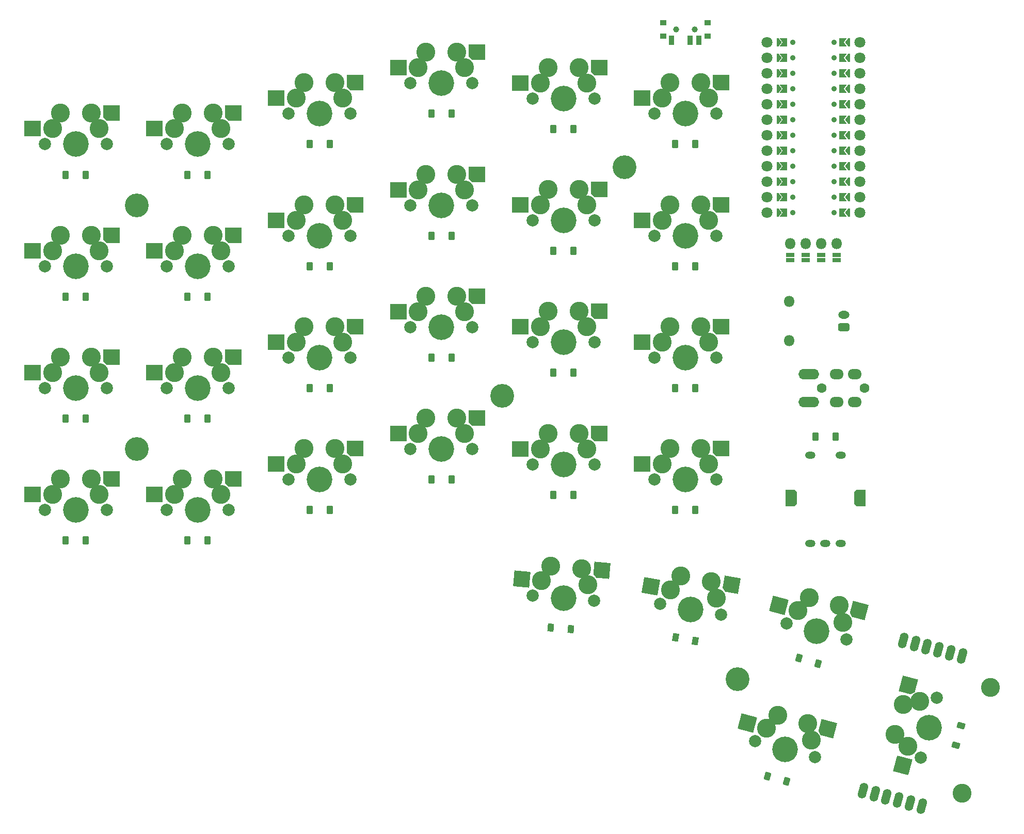
<source format=gbs>
%TF.GenerationSoftware,KiCad,Pcbnew,9.0.4*%
%TF.CreationDate,2025-11-27T19:30:42+01:00*%
%TF.ProjectId,lag_large,6c61675f-6c61-4726-9765-2e6b69636164,v1.0.0*%
%TF.SameCoordinates,Original*%
%TF.FileFunction,Soldermask,Bot*%
%TF.FilePolarity,Negative*%
%FSLAX46Y46*%
G04 Gerber Fmt 4.6, Leading zero omitted, Abs format (unit mm)*
G04 Created by KiCad (PCBNEW 9.0.4) date 2025-11-27 19:30:42*
%MOMM*%
%LPD*%
G01*
G04 APERTURE LIST*
G04 Aperture macros list*
%AMRoundRect*
0 Rectangle with rounded corners*
0 $1 Rounding radius*
0 $2 $3 $4 $5 $6 $7 $8 $9 X,Y pos of 4 corners*
0 Add a 4 corners polygon primitive as box body*
4,1,4,$2,$3,$4,$5,$6,$7,$8,$9,$2,$3,0*
0 Add four circle primitives for the rounded corners*
1,1,$1+$1,$2,$3*
1,1,$1+$1,$4,$5*
1,1,$1+$1,$6,$7*
1,1,$1+$1,$8,$9*
0 Add four rect primitives between the rounded corners*
20,1,$1+$1,$2,$3,$4,$5,0*
20,1,$1+$1,$4,$5,$6,$7,0*
20,1,$1+$1,$6,$7,$8,$9,0*
20,1,$1+$1,$8,$9,$2,$3,0*%
%AMHorizOval*
0 Thick line with rounded ends*
0 $1 width*
0 $2 $3 position (X,Y) of the first rounded end (center of the circle)*
0 $4 $5 position (X,Y) of the second rounded end (center of the circle)*
0 Add line between two ends*
20,1,$1,$2,$3,$4,$5,0*
0 Add two circle primitives to create the rounded ends*
1,1,$1,$2,$3*
1,1,$1,$4,$5*%
%AMFreePoly0*
4,1,15,0.975355,0.935355,1.335355,0.575355,1.350000,0.540000,1.350000,-0.900000,1.335355,-0.935355,1.300000,-0.950000,-1.300000,-0.950000,-1.335355,-0.935355,-1.350000,-0.900000,-1.350000,0.540000,-1.335355,0.575355,-0.975355,0.935355,-0.940000,0.950000,0.940000,0.950000,0.975355,0.935355,0.975355,0.935355,$1*%
%AMFreePoly1*
4,1,15,1.335355,0.935355,1.350000,0.900000,1.350000,-0.540000,1.335355,-0.575355,0.975355,-0.935355,0.940000,-0.950000,-0.940000,-0.950000,-0.975355,-0.935355,-1.335355,-0.575355,-1.350000,-0.540000,-1.350000,0.900000,-1.335355,0.935355,-1.300000,0.950000,1.300000,0.950000,1.335355,0.935355,1.335355,0.935355,$1*%
%AMFreePoly2*
4,1,16,-0.214645,0.660355,-0.210957,0.656235,0.289043,0.031235,0.299694,-0.005522,0.289043,-0.031235,-0.210957,-0.656235,-0.244478,-0.674694,-0.250000,-0.675000,-0.500000,-0.675000,-0.535355,-0.660355,-0.550000,-0.625000,-0.550000,0.625000,-0.535355,0.660355,-0.500000,0.675000,-0.250000,0.675000,-0.214645,0.660355,-0.214645,0.660355,$1*%
%AMFreePoly3*
4,1,16,0.535355,0.660355,0.550000,0.625000,0.550000,-0.625000,0.535355,-0.660355,0.500000,-0.675000,-0.650000,-0.675000,-0.685355,-0.660355,-0.700000,-0.625000,-0.689043,-0.593765,-0.214031,0.000000,-0.689043,0.593765,-0.699694,0.630522,-0.681235,0.664043,-0.650000,0.675000,0.500000,0.675000,0.535355,0.660355,0.535355,0.660355,$1*%
%AMFreePoly4*
4,1,14,1.310355,1.285355,1.325000,1.250000,1.325000,-1.250000,1.310355,-1.285355,1.275000,-1.300000,-0.775000,-1.300000,-0.810355,-1.285355,-1.310355,-0.785355,-1.325000,-0.750000,-1.325000,1.250000,-1.310355,1.285355,-1.275000,1.300000,1.275000,1.300000,1.310355,1.285355,1.310355,1.285355,$1*%
G04 Aperture macros list end*
%ADD10RoundRect,0.050000X-0.450000X-0.600000X0.450000X-0.600000X0.450000X0.600000X-0.450000X0.600000X0*%
%ADD11RoundRect,0.050000X-0.547352X-0.512743X0.338975X-0.669026X0.547352X0.512743X-0.338975X0.669026X0*%
%ADD12O,1.800000X1.800000*%
%ADD13RoundRect,0.050000X0.600000X-0.300000X0.600000X0.300000X-0.600000X0.300000X-0.600000X-0.300000X0*%
%ADD14RoundRect,0.050000X-0.500581X-0.558497X0.395994X-0.636937X0.500581X0.558497X-0.395994X0.636937X0*%
%ADD15RoundRect,0.050000X-0.589958X-0.463087X0.279375X-0.696024X0.589958X0.463087X-0.279375X0.696024X0*%
%ADD16FreePoly0,270.000000*%
%ADD17FreePoly1,270.000000*%
%ADD18O,1.700000X1.200000*%
%ADD19HorizOval,1.370000X-0.164350X-0.613363X0.164350X0.613363X0*%
%ADD20HorizOval,1.370000X0.164350X0.613363X-0.164350X-0.613363X0*%
%ADD21C,3.100000*%
%ADD22C,3.900000*%
%ADD23C,1.600000*%
%ADD24O,2.300000X1.700000*%
%ADD25O,3.400000X1.700000*%
%ADD26FreePoly2,180.000000*%
%ADD27C,1.800000*%
%ADD28FreePoly2,0.000000*%
%ADD29FreePoly3,0.000000*%
%ADD30C,0.900000*%
%ADD31FreePoly3,180.000000*%
%ADD32RoundRect,0.270833X0.654167X-0.379167X0.654167X0.379167X-0.654167X0.379167X-0.654167X-0.379167X0*%
%ADD33O,1.850000X1.300000*%
%ADD34RoundRect,0.050000X0.500000X0.400000X-0.500000X0.400000X-0.500000X-0.400000X0.500000X-0.400000X0*%
%ADD35RoundRect,0.050000X0.350000X0.750000X-0.350000X0.750000X-0.350000X-0.750000X0.350000X-0.750000X0*%
%ADD36C,1.000000*%
%ADD37RoundRect,0.050000X0.463087X-0.589958X0.696024X0.279375X-0.463087X0.589958X-0.696024X-0.279375X0*%
%ADD38C,2.000000*%
%ADD39C,4.200000*%
%ADD40RoundRect,0.050000X-1.275000X-1.250000X1.275000X-1.250000X1.275000X1.250000X-1.275000X1.250000X0*%
%ADD41FreePoly4,0.000000*%
%ADD42RoundRect,0.050000X-1.555079X-0.877413X0.908032X-1.537402X1.555079X0.877413X-0.908032X1.537402X0*%
%ADD43FreePoly4,345.000000*%
%ADD44RoundRect,0.050000X-1.379093X-1.134120X1.161204X-1.356367X1.379093X1.134120X-1.161204X1.356367X0*%
%ADD45FreePoly4,355.000000*%
%ADD46RoundRect,0.050000X0.877413X-1.555079X1.537402X0.908032X-0.877413X1.555079X-1.537402X-0.908032X0*%
%ADD47FreePoly4,75.000000*%
%ADD48RoundRect,0.050000X-1.472690X-1.009608X1.038570X-1.452411X1.472690X1.009608X-1.038570X1.452411X0*%
%ADD49FreePoly4,350.000000*%
G04 APERTURE END LIST*
D10*
%TO.C,D10*%
X105611375Y-120003198D03*
X108911377Y-120003198D03*
%TD*%
D11*
%TO.C,D26*%
X165648449Y-160924563D03*
X168898315Y-161497601D03*
%TD*%
D12*
%TO.C,S30*%
X184268864Y-105748192D03*
X184268868Y-112248204D03*
%TD*%
%TO.C,DISP1*%
X192078850Y-96298189D03*
X189538854Y-96298188D03*
X186998857Y-96298188D03*
X184458858Y-96298187D03*
D13*
X184458854Y-98148189D03*
X186998857Y-98148176D03*
X189538859Y-98148188D03*
X192078857Y-98148187D03*
X184458856Y-99048187D03*
X186998855Y-99048191D03*
X189538855Y-99048188D03*
X192078858Y-99048185D03*
%TD*%
D14*
%TO.C,D25*%
X145186856Y-159297858D03*
X148474302Y-159585472D03*
%TD*%
D15*
%TO.C,D28*%
X180713378Y-183649352D03*
X183900934Y-184503452D03*
%TD*%
D10*
%TO.C,D23*%
X165618863Y-100000685D03*
X168918865Y-100000685D03*
%TD*%
%TO.C,D7*%
X85608863Y-105000689D03*
X88908865Y-105000689D03*
%TD*%
%TO.C,D16*%
X125613877Y-74998188D03*
X128913879Y-74998188D03*
%TD*%
%TO.C,D11*%
X105611370Y-100000685D03*
X108911372Y-100000685D03*
%TD*%
%TO.C,D8*%
X85608860Y-84998198D03*
X88908862Y-84998198D03*
%TD*%
%TO.C,D17*%
X145616360Y-137505686D03*
X148916362Y-137505686D03*
%TD*%
D16*
%TO.C,RE1*%
X184668849Y-137998194D03*
D17*
X195868847Y-137998194D03*
D18*
X192768852Y-145498192D03*
X190268847Y-145498193D03*
X187768845Y-145498195D03*
X187768854Y-130998195D03*
X192768848Y-130998197D03*
%TD*%
D10*
%TO.C,D12*%
X105611357Y-79998195D03*
X108911359Y-79998195D03*
%TD*%
D19*
%TO.C,XX1*%
X212652482Y-163970250D03*
X210720635Y-163452613D03*
X208788778Y-162934975D03*
X206856927Y-162417339D03*
X204925075Y-161899700D03*
D20*
X202993225Y-161382058D03*
D21*
X212625538Y-186480289D03*
%TD*%
D10*
%TO.C,D22*%
X165618860Y-120003179D03*
X168918862Y-120003179D03*
%TD*%
%TO.C,D5*%
X85608866Y-145005688D03*
X88908868Y-145005688D03*
%TD*%
D22*
%TO.C,H3*%
X77257621Y-130004429D03*
%TD*%
%TO.C,H2*%
X157267623Y-83749448D03*
%TD*%
D10*
%TO.C,D3*%
X65606365Y-105000694D03*
X68906367Y-105000694D03*
%TD*%
D23*
%TO.C,TRRS1*%
X196668878Y-119998190D03*
X189668880Y-119998193D03*
D24*
X195068879Y-117698194D03*
X195068882Y-122298193D03*
X192068881Y-117698190D03*
X192068879Y-122298191D03*
D25*
X187518876Y-117698194D03*
X187518880Y-122298193D03*
%TD*%
D10*
%TO.C,D24*%
X165618859Y-79998171D03*
X168918861Y-79998171D03*
%TD*%
D26*
%TO.C,MCU1*%
X193768865Y-63298202D03*
D27*
X195888867Y-63298202D03*
D26*
X193768866Y-65838194D03*
D27*
X195888873Y-65838197D03*
D26*
X193768864Y-68378203D03*
D27*
X195888868Y-68378196D03*
D26*
X193768868Y-70918203D03*
D27*
X195888863Y-70918203D03*
D26*
X193768868Y-73458203D03*
D27*
X195888866Y-73458202D03*
D26*
X193768865Y-75998197D03*
D27*
X195888867Y-75998203D03*
D26*
X193768866Y-78538198D03*
D27*
X195888866Y-78538204D03*
D26*
X193768867Y-81078202D03*
D27*
X195888860Y-81078202D03*
D26*
X193768867Y-83618201D03*
D27*
X195888873Y-83618203D03*
D26*
X193768867Y-86158205D03*
D27*
X195888867Y-86158202D03*
D26*
X193768866Y-88698204D03*
D27*
X195888866Y-88698200D03*
D26*
X193768869Y-91238206D03*
D27*
X195888864Y-91238199D03*
X180648871Y-91238206D03*
D28*
X182768867Y-91238205D03*
D27*
X180648867Y-88698202D03*
D28*
X182768869Y-88698202D03*
D27*
X180648861Y-86158207D03*
D28*
X182768868Y-86158210D03*
D27*
X180648866Y-83618208D03*
D28*
X182768870Y-83618201D03*
D27*
X180648871Y-81078201D03*
D28*
X182768866Y-81078201D03*
D27*
X180648868Y-78538202D03*
D28*
X182768866Y-78538201D03*
D27*
X180648867Y-75998201D03*
D28*
X182768869Y-75998207D03*
D27*
X180648868Y-73458200D03*
D28*
X182768868Y-73458206D03*
D27*
X180648874Y-70918202D03*
D28*
X182768867Y-70918202D03*
D27*
X180648861Y-68378201D03*
D28*
X182768867Y-68378203D03*
D27*
X180648867Y-65838202D03*
D28*
X182768867Y-65838199D03*
D27*
X180648868Y-63298204D03*
D28*
X182768868Y-63298200D03*
D29*
X183493865Y-63298206D03*
D30*
X191668868Y-63298202D03*
D29*
X183493867Y-65838202D03*
D30*
X191668866Y-65838201D03*
D29*
X183493865Y-68378202D03*
D30*
X191668869Y-68378202D03*
D29*
X183493867Y-70918208D03*
D30*
X191668867Y-70918204D03*
D29*
X183493867Y-73458200D03*
D30*
X191668869Y-73458202D03*
D29*
X183493866Y-75998202D03*
D30*
X191668868Y-75998197D03*
D29*
X183493868Y-78538204D03*
D30*
X191668865Y-78538203D03*
D29*
X183493868Y-81078201D03*
D30*
X191668869Y-81078203D03*
D29*
X183493866Y-83618203D03*
D30*
X191668867Y-83618200D03*
D29*
X183493869Y-86158203D03*
D30*
X191668868Y-86158201D03*
D29*
X183493868Y-88698203D03*
D30*
X191668861Y-88698200D03*
D29*
X183493866Y-91238202D03*
D30*
X191668868Y-91238201D03*
X184868866Y-91238205D03*
D31*
X193043868Y-91238203D03*
D30*
X184868866Y-88698202D03*
D31*
X193043869Y-88698198D03*
D30*
X184868868Y-86158203D03*
D31*
X193043867Y-86158202D03*
D30*
X184868865Y-83618202D03*
D31*
X193043869Y-83618202D03*
D30*
X184868867Y-81078200D03*
D31*
X193043867Y-81078196D03*
D30*
X184868865Y-78538202D03*
D31*
X193043867Y-78538204D03*
D30*
X184868866Y-75998207D03*
D31*
X193043868Y-75998202D03*
D30*
X184868869Y-73458201D03*
D31*
X193043866Y-73458200D03*
D30*
X184868865Y-70918201D03*
D31*
X193043866Y-70918203D03*
D30*
X184868867Y-68378204D03*
D31*
X193043868Y-68378201D03*
D30*
X184868866Y-65838203D03*
D31*
X193043865Y-65838201D03*
D30*
X184868873Y-63298204D03*
D31*
X193043866Y-63298201D03*
%TD*%
D10*
%TO.C,D2*%
X65606372Y-125003193D03*
X68906374Y-125003193D03*
%TD*%
D32*
%TO.C,_30*%
X193268859Y-109998196D03*
D33*
X193268857Y-107998195D03*
%TD*%
D10*
%TO.C,D18*%
X145616369Y-117503191D03*
X148916371Y-117503191D03*
%TD*%
D22*
%TO.C,H4*%
X137265104Y-121254437D03*
%TD*%
%TO.C,H5*%
X175871428Y-167766906D03*
%TD*%
D10*
%TO.C,D19*%
X145616356Y-97500687D03*
X148916358Y-97500687D03*
%TD*%
D34*
%TO.C,T1*%
X170918875Y-62253193D03*
X170918873Y-60043187D03*
D35*
X169518873Y-62903185D03*
D36*
X168768869Y-61143190D03*
X168768869Y-61143190D03*
X165768872Y-61143189D03*
X165768872Y-61143189D03*
D34*
X163618872Y-62253189D03*
X163618871Y-60043189D03*
D35*
X165018870Y-62903192D03*
X168018873Y-62903191D03*
%TD*%
D10*
%TO.C,D14*%
X125613864Y-115003186D03*
X128913866Y-115003186D03*
%TD*%
D15*
%TO.C,D27*%
X185890396Y-164328419D03*
X189077952Y-165182519D03*
%TD*%
D10*
%TO.C,D4*%
X65606352Y-84998197D03*
X68906354Y-84998197D03*
%TD*%
D22*
%TO.C,H1*%
X77257618Y-89999449D03*
%TD*%
D10*
%TO.C,D9*%
X105611360Y-140005701D03*
X108911362Y-140005701D03*
%TD*%
%TO.C,D30*%
X188618853Y-127998186D03*
X191918855Y-127998186D03*
%TD*%
%TO.C,D21*%
X165618857Y-140005692D03*
X168918859Y-140005692D03*
%TD*%
D19*
%TO.C,XX2*%
X206052619Y-188601364D03*
X204120769Y-188083726D03*
X202188912Y-187566082D03*
X200257065Y-187048448D03*
X198325212Y-186530811D03*
D20*
X196393361Y-186013172D03*
D21*
X217284304Y-169093625D03*
%TD*%
D10*
%TO.C,D15*%
X125613859Y-95000691D03*
X128913861Y-95000691D03*
%TD*%
D37*
%TO.C,D29*%
X211630102Y-178604276D03*
X212484202Y-175416720D03*
%TD*%
D10*
%TO.C,D13*%
X125613851Y-135005680D03*
X128913853Y-135005680D03*
%TD*%
%TO.C,D20*%
X145616354Y-77498173D03*
X148916356Y-77498173D03*
%TD*%
%TO.C,D6*%
X85608864Y-125003182D03*
X88908866Y-125003182D03*
%TD*%
%TO.C,D1*%
X65606372Y-145005693D03*
X68906374Y-145005693D03*
%TD*%
D38*
%TO.C,S16*%
X122183858Y-69998185D03*
D21*
X123453862Y-67458185D03*
X124723858Y-64918184D03*
D39*
X127263858Y-69998185D03*
D21*
X129803857Y-64918179D03*
X131073858Y-67458184D03*
D38*
X132343858Y-69998185D03*
D40*
X120178860Y-67458182D03*
D41*
X133105854Y-64918186D03*
%TD*%
D38*
%TO.C,S1*%
X62176358Y-140005695D03*
D21*
X63446362Y-137465695D03*
X64716358Y-134925694D03*
D39*
X67256358Y-140005695D03*
D21*
X69796357Y-134925689D03*
X71066358Y-137465694D03*
D38*
X72336358Y-140005695D03*
D40*
X60171360Y-137465692D03*
D41*
X73098354Y-134925696D03*
%TD*%
D38*
%TO.C,S14*%
X122183861Y-110003191D03*
D21*
X123453865Y-107463191D03*
X124723861Y-104923190D03*
D39*
X127263861Y-110003191D03*
D21*
X129803860Y-104923185D03*
X131073861Y-107463190D03*
D38*
X132343861Y-110003191D03*
D40*
X120178863Y-107463188D03*
D41*
X133105857Y-104923192D03*
%TD*%
D38*
%TO.C,S7*%
X82178859Y-100000678D03*
D21*
X83448863Y-97460678D03*
X84718859Y-94920677D03*
D39*
X87258859Y-100000678D03*
D21*
X89798858Y-94920672D03*
X91068859Y-97460677D03*
D38*
X92338859Y-100000678D03*
D40*
X80173861Y-97460675D03*
D41*
X93100855Y-94920679D03*
%TD*%
D38*
%TO.C,S20*%
X142186364Y-72498199D03*
D21*
X143456368Y-69958199D03*
X144726364Y-67418198D03*
D39*
X147266364Y-72498199D03*
D21*
X149806363Y-67418193D03*
X151076364Y-69958198D03*
D38*
X152346364Y-72498199D03*
D40*
X140181366Y-69958196D03*
D41*
X153108360Y-67418200D03*
%TD*%
D38*
%TO.C,S27*%
X183871369Y-158611032D03*
D21*
X185755495Y-156486279D03*
X187639621Y-154361530D03*
D39*
X188778273Y-159925832D03*
D21*
X192546524Y-155676328D03*
X193115853Y-158458480D03*
D38*
X193685177Y-161240632D03*
D42*
X182592091Y-155638645D03*
D43*
X195736012Y-156530948D03*
%TD*%
D38*
%TO.C,S17*%
X142186373Y-132505698D03*
D21*
X143456377Y-129965698D03*
X144726373Y-127425697D03*
D39*
X147266373Y-132505698D03*
D21*
X149806372Y-127425692D03*
X151076373Y-129965697D03*
D38*
X152346373Y-132505698D03*
D40*
X140181375Y-129965695D03*
D41*
X153108369Y-127425699D03*
%TD*%
D38*
%TO.C,S19*%
X142186354Y-92500680D03*
D21*
X143456358Y-89960680D03*
X144726354Y-87420679D03*
D39*
X147266354Y-92500680D03*
D21*
X149806353Y-87420674D03*
X151076354Y-89960679D03*
D38*
X152346354Y-92500680D03*
D40*
X140181356Y-89960677D03*
D41*
X153108350Y-87420681D03*
%TD*%
D38*
%TO.C,S12*%
X102181371Y-74998181D03*
D21*
X103451375Y-72458181D03*
X104721371Y-69918180D03*
D39*
X107261371Y-74998181D03*
D21*
X109801370Y-69918175D03*
X111071371Y-72458180D03*
D38*
X112341371Y-74998181D03*
D40*
X100176373Y-72458178D03*
D41*
X113103367Y-69918182D03*
%TD*%
D38*
%TO.C,S25*%
X142205688Y-154017935D03*
D21*
X143692231Y-151598286D03*
X145178775Y-149178639D03*
D39*
X147266358Y-154460684D03*
D21*
X150239442Y-149621387D03*
X151283236Y-152262412D03*
D38*
X152327028Y-154903433D03*
D44*
X140429692Y-151312851D03*
D45*
X153528881Y-149909180D03*
%TD*%
D38*
%TO.C,S21*%
X162188867Y-135005686D03*
D21*
X163458871Y-132465686D03*
X164728867Y-129925685D03*
D39*
X167268867Y-135005686D03*
D21*
X169808866Y-129925680D03*
X171078867Y-132465685D03*
D38*
X172348867Y-135005686D03*
D40*
X160183869Y-132465683D03*
D41*
X173110863Y-129925687D03*
%TD*%
D38*
%TO.C,S11*%
X102181363Y-95000683D03*
D21*
X103451367Y-92460683D03*
X104721363Y-89920682D03*
D39*
X107261363Y-95000683D03*
D21*
X109801362Y-89920677D03*
X111071363Y-92460682D03*
D38*
X112341363Y-95000683D03*
D40*
X100176365Y-92460680D03*
D41*
X113103359Y-89920684D03*
%TD*%
D38*
%TO.C,S4*%
X62176358Y-79998183D03*
D21*
X63446362Y-77458183D03*
X64716358Y-74918182D03*
D39*
X67256358Y-79998183D03*
D21*
X69796357Y-74918177D03*
X71066358Y-77458182D03*
D38*
X72336358Y-79998183D03*
D40*
X60171360Y-77458180D03*
D41*
X73098354Y-74918184D03*
%TD*%
D38*
%TO.C,S5*%
X82178865Y-140005673D03*
D21*
X83448869Y-137465673D03*
X84718865Y-134925672D03*
D39*
X87258865Y-140005673D03*
D21*
X89798864Y-134925667D03*
X91068865Y-137465672D03*
D38*
X92338865Y-140005673D03*
D40*
X80173867Y-137465670D03*
D41*
X93100861Y-134925674D03*
%TD*%
D38*
%TO.C,S3*%
X62176374Y-100000691D03*
D21*
X63446378Y-97460691D03*
X64716374Y-94920690D03*
D39*
X67256374Y-100000691D03*
D21*
X69796373Y-94920685D03*
X71066374Y-97460690D03*
D38*
X72336374Y-100000691D03*
D40*
X60171376Y-97460688D03*
D41*
X73098370Y-94920692D03*
%TD*%
D38*
%TO.C,S13*%
X122183859Y-130005687D03*
D21*
X123453863Y-127465687D03*
X124723859Y-124925686D03*
D39*
X127263859Y-130005687D03*
D21*
X129803858Y-124925681D03*
X131073859Y-127465686D03*
D38*
X132343859Y-130005687D03*
D40*
X120178861Y-127465684D03*
D41*
X133105855Y-124925688D03*
%TD*%
D38*
%TO.C,S9*%
X102181371Y-135005687D03*
D21*
X103451375Y-132465687D03*
X104721371Y-129925686D03*
D39*
X107261371Y-135005687D03*
D21*
X109801370Y-129925681D03*
X111071371Y-132465686D03*
D38*
X112341371Y-135005687D03*
D40*
X100176373Y-132465684D03*
D41*
X113103367Y-129925688D03*
%TD*%
D38*
%TO.C,S28*%
X178694342Y-177931965D03*
D21*
X180578468Y-175807212D03*
X182462594Y-173682463D03*
D39*
X183601246Y-179246765D03*
D21*
X187369497Y-174997261D03*
X187938826Y-177779413D03*
D38*
X188508150Y-180561565D03*
D42*
X177415064Y-174959578D03*
D43*
X190558985Y-175851881D03*
%TD*%
D38*
%TO.C,S18*%
X142186373Y-112503196D03*
D21*
X143456377Y-109963196D03*
X144726373Y-107423195D03*
D39*
X147266373Y-112503196D03*
D21*
X149806372Y-107423190D03*
X151076373Y-109963195D03*
D38*
X152346373Y-112503196D03*
D40*
X140181375Y-109963193D03*
D41*
X153108369Y-107423197D03*
%TD*%
D38*
%TO.C,S23*%
X162188870Y-95000698D03*
D21*
X163458874Y-92460698D03*
X164728870Y-89920697D03*
D39*
X167268870Y-95000698D03*
D21*
X169808869Y-89920692D03*
X171078870Y-92460697D03*
D38*
X172348870Y-95000698D03*
D40*
X160183872Y-92460695D03*
D41*
X173110866Y-89920699D03*
%TD*%
D38*
%TO.C,S8*%
X82178858Y-79998188D03*
D21*
X83448862Y-77458188D03*
X84718858Y-74918187D03*
D39*
X87258858Y-79998188D03*
D21*
X89798857Y-74918182D03*
X91068858Y-77458187D03*
D38*
X92338858Y-79998188D03*
D40*
X80173860Y-77458185D03*
D41*
X93100854Y-74918189D03*
%TD*%
D38*
%TO.C,S24*%
X162188868Y-74998191D03*
D21*
X163458872Y-72458191D03*
X164728868Y-69918190D03*
D39*
X167268868Y-74998191D03*
D21*
X169808867Y-69918185D03*
X171078868Y-72458190D03*
D38*
X172348868Y-74998191D03*
D40*
X160183870Y-72458188D03*
D41*
X173110864Y-69918192D03*
%TD*%
D38*
%TO.C,S29*%
X205912712Y-180623308D03*
D21*
X203787959Y-178739182D03*
X201663210Y-176855056D03*
D39*
X207227512Y-175716404D03*
D21*
X202978008Y-171948153D03*
X205760160Y-171378824D03*
D38*
X208542312Y-170809500D03*
D46*
X202940325Y-181902586D03*
D47*
X203832628Y-168758665D03*
%TD*%
D38*
%TO.C,S6*%
X82178857Y-120003188D03*
D21*
X83448861Y-117463188D03*
X84718857Y-114923187D03*
D39*
X87258857Y-120003188D03*
D21*
X89798856Y-114923182D03*
X91068857Y-117463187D03*
D38*
X92338857Y-120003188D03*
D40*
X80173859Y-117463185D03*
D41*
X93100853Y-114923189D03*
%TD*%
D38*
%TO.C,S22*%
X162188859Y-115003190D03*
D21*
X163458863Y-112463190D03*
X164728859Y-109923189D03*
D39*
X167268859Y-115003190D03*
D21*
X169808858Y-109923184D03*
X171078859Y-112463189D03*
D38*
X172348859Y-115003190D03*
D40*
X160183861Y-112463187D03*
D41*
X173110855Y-109923191D03*
%TD*%
D38*
%TO.C,S15*%
X122183871Y-90000693D03*
D21*
X123453875Y-87460693D03*
X124723871Y-84920692D03*
D39*
X127263871Y-90000693D03*
D21*
X129803870Y-84920687D03*
X131073871Y-87460692D03*
D38*
X132343871Y-90000693D03*
D40*
X120178873Y-87460690D03*
D41*
X133105867Y-84920694D03*
%TD*%
D38*
%TO.C,S10*%
X102181353Y-115003196D03*
D21*
X103451357Y-112463196D03*
X104721353Y-109923195D03*
D39*
X107261353Y-115003196D03*
D21*
X109801352Y-109923190D03*
X111071353Y-112463195D03*
D38*
X112341353Y-115003196D03*
D40*
X100176355Y-112463193D03*
D41*
X113103349Y-109923197D03*
%TD*%
D38*
%TO.C,S2*%
X62176364Y-120003191D03*
D21*
X63446368Y-117463191D03*
X64716364Y-114923190D03*
D39*
X67256364Y-120003191D03*
D21*
X69796363Y-114923185D03*
X71066364Y-117463190D03*
D38*
X72336364Y-120003191D03*
D40*
X60171366Y-117463188D03*
D41*
X73098360Y-114923192D03*
%TD*%
D38*
%TO.C,S26*%
X163138795Y-155404902D03*
D21*
X164830570Y-153124023D03*
X166522339Y-150843143D03*
D39*
X168141619Y-156287033D03*
D21*
X171525163Y-151725270D03*
X172334803Y-154447220D03*
D38*
X173144443Y-157169164D03*
D48*
X161605322Y-152555324D03*
D49*
X174776998Y-152298662D03*
%TD*%
M02*

</source>
